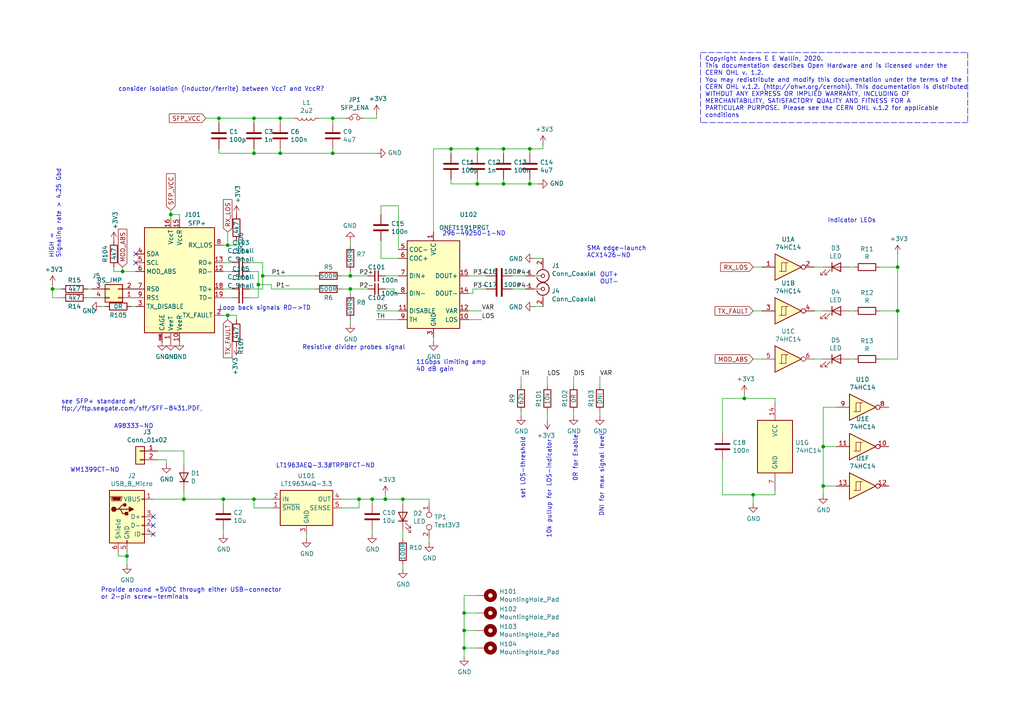
<source format=kicad_sch>
(kicad_sch (version 20250114) (generator "eeschema") (generator_version "9.0")
  (paper "A4")
  (title_block (title "SFP Loopback Board") (company "Anders.e.e.Wallin \"at\" gmail.com") (comment 1 "2019-04: add 100n caps before ONET-inputs"))
  (lib_symbols
    (symbol "74xx:74HC14" (pin_names (offset 1.016))
      (property "Reference" "U" (at 0 1.27 0))
      (property "Value" "74HC14" (at 0 -1.27 0))
      (symbol "74HC14_1_0"
        (pin input line (at -7.62 0 0) (length 3.81) (name "~") (number "1"))
        (pin output inverted (at 7.62 0 180) (length 3.81) (name "~") (number "2"))
      )
      (symbol "74HC14_2_0"
        (pin input line (at -7.62 0 0) (length 3.81) (name "~") (number "3"))
        (pin output inverted (at 7.62 0 180) (length 3.81) (name "~") (number "4"))
      )
      (symbol "74HC14_3_0"
        (pin input line (at -7.62 0 0) (length 3.81) (name "~") (number "5"))
        (pin output inverted (at 7.62 0 180) (length 3.81) (name "~") (number "6"))
      )
      (symbol "74HC14_4_0"
        (pin input line (at -7.62 0 0) (length 3.81) (name "~") (number "9"))
        (pin output inverted (at 7.62 0 180) (length 3.81) (name "~") (number "8"))
      )
      (symbol "74HC14_5_0"
        (pin input line (at -7.62 0 0) (length 3.81) (name "~") (number "11"))
        (pin output inverted (at 7.62 0 180) (length 3.81) (name "~") (number "10"))
      )
      (symbol "74HC14_6_0"
        (pin input line (at -7.62 0 0) (length 3.81) (name "~") (number "13"))
        (pin output inverted (at 7.62 0 180) (length 3.81) (name "~") (number "12"))
      )
      (symbol "74HC14_7_0"
        (pin power_in line (at 0 12.7 270) (length 5.08) (name "VCC") (number "14"))
        (pin power_in line (at 0 -12.7 90) (length 5.08) (name "GND") (number "7"))
      )
    )
    (symbol "Connector:Conn_Coaxial" (pin_names (offset 1.016) (hide yes))
      (property "Reference" "J" (at 0.254 3.048 0))
      (property "Value" "Conn_Coaxial" (at 2.921 0 90))
      (symbol "Conn_Coaxial_1_1"
        (pin passive line (at -5.08 0 0) (length 2.54) (name "In") (number "1"))
        (pin passive line (at 0 -5.08 90) (length 2.54) (name "Ext") (number "2"))
      )
    )
    (symbol "Connector:TestPoint_2Pole" (pin_names (offset 0.762) (hide yes))
      (property "Reference" "TP" (at 0 1.524 0))
      (property "Value" "TestPoint_2Pole" (at 0 -1.778 0))
      (symbol "TestPoint_2Pole_0_1"
        (pin passive line (at -5.08 0 0) (length 2.54) (name "1") (number "1"))
        (pin passive line (at 5.08 0 180) (length 2.54) (name "2") (number "2"))
      )
    )
    (symbol "Connector:USB_B_Micro" (pin_names (offset 1.016))
      (property "Reference" "J" (at -5.08 11.43 0))
      (property "Value" "USB_B_Micro" (at -5.08 8.89 0))
      (symbol "USB_B_Micro_1_1"
        (pin passive line (at -2.54 -10.16 90) (length 2.54) (name "Shield") (number "6"))
        (pin power_out line (at 0 -10.16 90) (length 2.54) (name "GND") (number "5"))
        (pin power_out line (at 7.62 5.08 180) (length 2.54) (name "VBUS") (number "1"))
        (pin bidirectional line (at 7.62 0 180) (length 2.54) (name "D+") (number "3"))
        (pin bidirectional line (at 7.62 -2.54 180) (length 2.54) (name "D-") (number "2"))
        (pin passive line (at 7.62 -5.08 180) (length 2.54) (name "ID") (number "4"))
      )
    )
    (symbol "Connector_Generic:Conn_01x02" (pin_names (offset 1.016) (hide yes))
      (property "Reference" "J" (at 0 2.54 0))
      (property "Value" "Conn_01x02" (at 0 -5.08 0))
      (symbol "Conn_01x02_1_1"
        (pin passive line (at -5.08 0 0) (length 3.81) (name "Pin_1") (number "1"))
        (pin passive line (at -5.08 -2.54 0) (length 3.81) (name "Pin_2") (number "2"))
      )
    )
    (symbol "Connector_Generic:Conn_02x02_Counter_Clockwise" (pin_names (offset 1.016) (hide yes))
      (property "Reference" "J" (at 1.27 2.54 0))
      (property "Value" "Conn_02x02_Counter_Clockwise" (at 1.27 -5.08 0))
      (symbol "Conn_02x02_Counter_Clockwise_1_1"
        (pin passive line (at -5.08 0 0) (length 3.81) (name "Pin_1") (number "1"))
        (pin passive line (at -5.08 -2.54 0) (length 3.81) (name "Pin_2") (number "2"))
        (pin passive line (at 7.62 0 180) (length 3.81) (name "Pin_4") (number "4"))
        (pin passive line (at 7.62 -2.54 180) (length 3.81) (name "Pin_3") (number "3"))
      )
    )
    (symbol "Device:C" (pin_numbers (hide yes)) (pin_names (offset 0.254))
      (property "Reference" "C" (at 0.635 2.54 0))
      (property "Value" "C" (at 0.635 -2.54 0))
      (symbol "C_1_1"
        (pin passive line (at 0 3.81 270) (length 2.794) (name "~") (number "1"))
        (pin passive line (at 0 -3.81 90) (length 2.794) (name "~") (number "2"))
      )
    )
    (symbol "Device:C_Small" (pin_numbers (hide yes)) (pin_names (offset 0.254) (hide yes))
      (property "Reference" "C" (at 0.254 1.778 0))
      (property "Value" "C_Small" (at 0.254 -2.032 0))
      (symbol "C_Small_1_1"
        (pin passive line (at 0 2.54 270) (length 2.032) (name "~") (number "1"))
        (pin passive line (at 0 -2.54 90) (length 2.032) (name "~") (number "2"))
      )
    )
    (symbol "Device:D" (pin_numbers (hide yes)) (pin_names (offset 1.016) (hide yes))
      (property "Reference" "D" (at 0 2.54 0))
      (property "Value" "D" (at 0 -2.54 0))
      (symbol "D_1_1"
        (pin passive line (at -3.81 0 0) (length 2.54) (name "K") (number "1"))
        (pin passive line (at 3.81 0 180) (length 2.54) (name "A") (number "2"))
      )
    )
    (symbol "Device:Jumper_NC_Small" (pin_numbers (hide yes)) (pin_names (offset 0.762) (hide yes))
      (property "Reference" "JP" (at 0 2.032 0))
      (property "Value" "Device_Jumper_NC_Small" (at 0.254 -1.524 0))
      (symbol "Jumper_NC_Small_0_1"
        (pin passive line (at -2.54 0 0) (length 1.016) (name "1") (number "1"))
        (pin passive line (at 2.54 0 180) (length 1.016) (name "2") (number "2"))
      )
    )
    (symbol "Device:L" (pin_numbers (hide yes)) (pin_names (offset 1.016) (hide yes))
      (property "Reference" "L" (at -1.27 0 90))
      (property "Value" "L" (at 1.905 0 90))
      (symbol "L_1_1"
        (pin passive line (at 0 3.81 270) (length 1.27) (name "1") (number "1"))
        (pin passive line (at 0 -3.81 90) (length 1.27) (name "2") (number "2"))
      )
    )
    (symbol "Device:LED" (pin_numbers (hide yes)) (pin_names (offset 1.016) (hide yes))
      (property "Reference" "D" (at 0 2.54 0))
      (property "Value" "LED" (at 0 -2.54 0))
      (symbol "LED_1_1"
        (pin passive line (at -3.81 0 0) (length 2.54) (name "K") (number "1"))
        (pin passive line (at 3.81 0 180) (length 2.54) (name "A") (number "2"))
      )
    )
    (symbol "Device:R" (pin_numbers (hide yes)) (pin_names (offset 0))
      (property "Reference" "R" (at 2.032 0 90))
      (property "Value" "R" (at 0 0 90))
      (symbol "R_1_1"
        (pin passive line (at 0 3.81 270) (length 1.27) (name "~") (number "1"))
        (pin passive line (at 0 -3.81 90) (length 1.27) (name "~") (number "2"))
      )
    )
    (symbol "Interface:ONET1191PRGT"
      (property "Reference" "U" (at -7.62 13.97 0))
      (property "Value" "ONET1191PRGT" (at 8.89 13.97 0))
      (symbol "ONET1191PRGT_1_1"
        (pin passive line (at -10.16 10.16 0) (length 2.54) (name "COC-") (number "5"))
        (pin passive line (at -10.16 7.62 0) (length 2.54) (name "COC+") (number "6"))
        (pin input line (at -10.16 2.54 0) (length 2.54) (name "DIN+") (number "7"))
        (pin input line (at -10.16 -2.54 0) (length 2.54) (name "DIN-") (number "8"))
        (pin input line (at -10.16 -7.62 0) (length 2.54) (name "DISABLE") (number "11"))
        (pin input line (at -10.16 -10.16 0) (length 2.54) (name "TH") (number "9"))
        (pin power_in line (at 0 15.24 270) (length 2.54) (name "VCC") (number "1"))
        (pin passive line (at 0 15.24 270) (length 2.54) (hide yes) (name "VCC") (number "2"))
        (pin passive line (at 0 -15.24 90) (length 2.54) (hide yes) (name "GND") (number "13"))
        (pin passive line (at 0 -15.24 90) (length 2.54) (hide yes) (name "GND") (number "16"))
        (pin passive line (at 0 -15.24 90) (length 2.54) (hide yes) (name "GND") (number "17"))
        (pin power_in line (at 0 -15.24 90) (length 2.54) (name "GND") (number "3"))
        (pin passive line (at 0 -15.24 90) (length 2.54) (hide yes) (name "GND") (number "4"))
        (pin output line (at 10.16 2.54 180) (length 2.54) (name "DOUT+") (number "15"))
        (pin output line (at 10.16 -2.54 180) (length 2.54) (name "DOUT-") (number "14"))
        (pin input line (at 10.16 -7.62 180) (length 2.54) (name "VAR") (number "12"))
        (pin open_collector line (at 10.16 -10.16 180) (length 2.54) (name "LOS") (number "10"))
      )
    )
    (symbol "Interface_Optical:SFP+"
      (property "Reference" "J" (at -8.89 16.51 0))
      (property "Value" "SFP+" (at 11.43 16.51 0))
      (symbol "SFP+_1_1"
        (pin bidirectional line (at -12.7 7.62 0) (length 2.54) (name "SDA") (number "4"))
        (pin input line (at -12.7 5.08 0) (length 2.54) (name "SCL") (number "5"))
        (pin passive line (at -12.7 2.54 0) (length 2.54) (name "MOD_ABS") (number "6"))
        (pin input line (at -12.7 -2.54 0) (length 2.54) (name "RS0") (number "7"))
        (pin input line (at -12.7 -5.08 0) (length 2.54) (name "RS1") (number "9"))
        (pin input line (at -12.7 -7.62 0) (length 2.54) (name "TX_DISABLE") (number "3"))
        (pin passive line (at -5.08 -17.78 90) (length 2.54) (name "CAGE") (number "CAGE"))
        (pin power_in line (at -2.54 17.78 270) (length 2.54) (name "VccT") (number "16"))
        (pin power_in line (at -2.54 -17.78 90) (length 2.54) (name "VeeT") (number "1"))
        (pin passive line (at -2.54 -17.78 90) (length 2.54) (hide yes) (name "VeeT") (number "17"))
        (pin passive line (at -2.54 -17.78 90) (length 2.54) (hide yes) (name "VeeT") (number "20"))
        (pin power_in line (at 0 17.78 270) (length 2.54) (name "VccR") (number "15"))
        (pin power_in line (at 0 -17.78 90) (length 2.54) (name "VeeR") (number "10"))
        (pin passive line (at 0 -17.78 90) (length 2.54) (hide yes) (name "VeeR") (number "11"))
        (pin passive line (at 0 -17.78 90) (length 2.54) (hide yes) (name "VeeR") (number "14"))
        (pin open_collector line (at 12.7 10.16 180) (length 2.54) (name "RX_LOS") (number "8"))
        (pin output line (at 12.7 5.08 180) (length 2.54) (name "RD+") (number "13"))
        (pin output line (at 12.7 2.54 180) (length 2.54) (name "RD-") (number "12"))
        (pin input line (at 12.7 -2.54 180) (length 2.54) (name "TD+") (number "18"))
        (pin input line (at 12.7 -5.08 180) (length 2.54) (name "TD-") (number "19"))
        (pin open_collector line (at 12.7 -10.16 180) (length 2.54) (name "TX_FAULT") (number "2"))
      )
    )
    (symbol "Mechanical:MountingHole_Pad" (pin_numbers (hide yes)) (pin_names (offset 1.016) (hide yes)) (in_bom no)
      (property "Reference" "H" (at 0 6.35 0))
      (property "Value" "MountingHole_Pad" (at 0 4.445 0))
      (symbol "MountingHole_Pad_1_1"
        (pin input line (at 0 -2.54 90) (length 2.54) (name "1") (number "1"))
      )
    )
    (symbol "Regulator_Linear:LT1963AxQ-3.3"
      (property "Reference" "U" (at -7.62 6.35 0))
      (property "Value" "LT1963AxQ-3.3" (at -1.27 6.35 0))
      (symbol "LT1963AxQ-3.3_1_1"
        (pin power_in line (at -10.16 2.54 0) (length 2.54) (name "IN") (number "2"))
        (pin input line (at -10.16 0 0) (length 2.54) (name "~{SHDN}") (number "1"))
        (pin power_in line (at 0 -7.62 90) (length 2.54) (name "GND") (number "3"))
        (pin power_out line (at 10.16 2.54 180) (length 2.54) (name "OUT") (number "4"))
        (pin input line (at 10.16 0 180) (length 2.54) (name "SENSE") (number "5"))
      )
    )
    (symbol "power:+3V3" (power) (pin_numbers (hide yes)) (pin_names (offset 0) (hide yes))
      (property "Value" "+3V3" (at 0 3.556 0))
      (symbol "+3V3_1_1"
        (pin power_in line (at 0 0 90) (length 0) (name "~") (number "1"))
      )
    )
    (symbol "power:GND" (power) (pin_numbers (hide yes)) (pin_names (offset 0) (hide yes))
      (property "Value" "GND" (at 0 -3.81 0))
      (symbol "GND_1_1"
        (pin power_in line (at 0 0 270) (length 0) (name "~") (number "1"))
      )
    )
  )
  (text "Copyright Anders E E Wallin, 2020.\nThis documentation describes Open Hardware and is licensed under the\nCERN OHL v. 1.2.\nYou may redistribute and modify this documentation under the terms of the\nCERN OHL v.1.2. (http://ohwr.org/cernohl). This documentation is distributed\nWITHOUT ANY EXPRESS OR IMPLIED WARRANTY, INCLUDING OF\nMERCHANTABILITY, SATISFACTORY QUALITY AND FITNESS FOR A\nPARTICULAR PURPOSE. Please see the CERN OHL v.1.2 for applicable\nconditions\n" (at 204.47 34.29 0) (effects (font (size 1.27 1.27)) (justify left bottom)))
  (text "A98333-ND" (at 33.02 124.46 0) (effects (font (size 1.27 1.27)) (justify left bottom)))
  (text "SMA edge-launch\nACX1426-ND" (at 170.18 74.93 0) (effects (font (size 1.27 1.27)) (justify left bottom)))
  (text "Resistive divider probes signal" (at 87.63 101.6 0) (effects (font (size 1.27 1.27)) (justify left bottom)))
  (text "HIGH =\nSignaling rate > 4.25 Gbd" (at 17.78 74.93 90) (effects (font (size 1.27 1.27)) (justify left bottom)))
  (text "10k pullup for LOS-indicator" (at 160.02 156.21 90) (effects (font (size 1.27 1.27)) (justify left bottom)))
  (text "OUT+\nOUT-" (at 173.99 82.55 0) (effects (font (size 1.27 1.27)) (justify left bottom)))
  (text "WM1399CT-ND" (at 20.32 137.16 0) (effects (font (size 1.27 1.27)) (justify left bottom)))
  (text "11Gbps limiting amp\n40 dB gain" (at 120.65 107.95 0) (effects (font (size 1.27 1.27)) (justify left bottom)))
  (text "Indicator LEDs" (at 240.03 64.77 0) (effects (font (size 1.27 1.27)) (justify left bottom)))
  (text "Loop back signals RD->TD" (at 63.5 90.17 0) (effects (font (size 1.27 1.27)) (justify left bottom)))
  (text "Provide around +5VDC through either USB-connector\nor 2-pin screw-terminals" (at 29.21 173.99 0) (effects (font (size 1.27 1.27)) (justify left bottom)))
  (text "0R for Enable" (at 167.64 139.7 90) (effects (font (size 1.27 1.27)) (justify left bottom)))
  (text "set LOS-threshold" (at 152.4 144.78 90) (effects (font (size 1.27 1.27)) (justify left bottom)))
  (text "LT1963AEQ-3.3#TRPBFCT-ND" (at 80.01 135.89 0) (effects (font (size 1.27 1.27)) (justify left bottom)))
  (text "DNI for max signal level" (at 175.26 149.86 90) (effects (font (size 1.27 1.27)) (justify left bottom)))
  (text "consider isolation (inductor/ferrite) between VccT and VccR?" (at 34.29 26.67 0) (effects (font (size 1.27 1.27)) (justify left bottom)))
  (text "see SFP+ standard at\nftp://ftp.seagate.com/sff/SFF-8431.PDF," (at 17.78 119.38 0) (effects (font (size 1.27 1.27)) (justify left bottom)))
  (text "296-49250-1-ND" (at 128.27 68.58 0) (effects (font (size 1.27 1.27)) (justify left bottom)))
  (junction (at 74.93 82.55))
  (junction (at 260.35 77.47))
  (junction (at 218.44 143.51))
  (junction (at 238.76 140.97))
  (junction (at 146.05 53.34))
  (junction (at 73.66 144.78))
  (junction (at 138.43 43.18))
  (junction (at 81.28 44.45))
  (junction (at 53.34 144.78))
  (junction (at 116.84 144.78))
  (junction (at 81.28 34.29))
  (junction (at 36.83 161.29))
  (junction (at 104.14 144.78))
  (junction (at 63.5 34.29))
  (junction (at 238.76 129.54))
  (junction (at 134.62 182.88))
  (junction (at 107.95 144.78))
  (junction (at 130.81 43.18))
  (junction (at 64.77 144.78))
  (junction (at 76.2 80.01))
  (junction (at 49.53 62.23))
  (junction (at 73.66 34.29))
  (junction (at 15.24 83.82))
  (junction (at 96.52 34.29))
  (junction (at 66.04 91.44))
  (junction (at 260.35 90.17))
  (junction (at 153.67 43.18))
  (junction (at 146.05 43.18))
  (junction (at 66.04 71.12))
  (junction (at 35.56 78.74))
  (junction (at 101.6 83.82))
  (junction (at 134.62 177.8))
  (junction (at 73.66 44.45))
  (junction (at 111.76 144.78))
  (junction (at 153.67 53.34))
  (junction (at 96.52 44.45))
  (junction (at 215.9 115.57))
  (junction (at 101.6 80.01))
  (junction (at 134.62 187.96))
  (junction (at 138.43 53.34))
  (no_connect (at 44.45 152.4))
  (no_connect (at 44.45 149.86))
  (no_connect (at 44.45 154.94))
  (no_connect (at 39.37 76.2))
  (no_connect (at 39.37 73.66))
  (wire (pts (xy 242.57 140.97) (xy 238.76 140.97)))
  (wire (pts (xy 67.31 83.82) (xy 64.77 83.82)))
  (wire (pts (xy 224.79 142.24) (xy 224.79 143.51)))
  (wire (pts (xy 238.76 77.47) (xy 236.22 77.47)))
  (wire (pts (xy 107.95 154.94) (xy 107.95 153.67)))
  (wire (pts (xy 67.31 76.2) (xy 64.77 76.2)))
  (wire (pts (xy 124.46 146.05) (xy 124.46 144.78)))
  (wire (pts (xy 138.43 53.34) (xy 130.81 53.34)))
  (wire (pts (xy 157.48 74.93) (xy 154.94 74.93)))
  (wire (pts (xy 53.34 144.78) (xy 64.77 144.78)))
  (wire (pts (xy 247.65 104.14) (xy 246.38 104.14)))
  (wire (pts (xy 110.49 62.23) (xy 110.49 59.69)))
  (wire (pts (xy 260.35 90.17) (xy 255.27 90.17)))
  (wire (pts (xy 96.52 44.45) (xy 81.28 44.45)))
  (wire (pts (xy 25.4 83.82) (xy 26.67 83.82)))
  (wire (pts (xy 146.05 53.34) (xy 146.05 52.07)))
  (wire (pts (xy 33.02 78.74) (xy 33.02 77.47)))
  (wire (pts (xy 138.43 43.18) (xy 146.05 43.18)))
  (wire (pts (xy 110.49 74.93) (xy 110.49 69.85)))
  (wire (pts (xy 78.74 82.55) (xy 74.93 82.55)))
  (wire (pts (xy 63.5 44.45) (xy 63.5 43.18)))
  (wire (pts (xy 116.84 144.78) (xy 116.84 146.05)))
  (wire (pts (xy 64.77 144.78) (xy 73.66 144.78)))
  (wire (pts (xy 109.22 33.02) (xy 109.22 34.29)))
  (polyline (pts (xy 203.2 15.24) (xy 280.67 15.24)) (stroke (width 0) (type dash)))
  (wire (pts (xy 15.24 86.36) (xy 17.78 86.36)))
  (wire (pts (xy 73.66 144.78) (xy 78.74 144.78)))
  (wire (pts (xy 63.5 35.56) (xy 63.5 34.29)))
  (wire (pts (xy 130.81 43.18) (xy 130.81 44.45)))
  (wire (pts (xy 107.95 144.78) (xy 107.95 146.05)))
  (wire (pts (xy 96.52 35.56) (xy 96.52 34.29)))
  (wire (pts (xy 138.43 43.18) (xy 138.43 44.45)))
  (wire (pts (xy 74.93 82.55) (xy 74.93 78.74)))
  (wire (pts (xy 73.66 35.56) (xy 73.66 34.29)))
  (wire (pts (xy 68.58 91.44) (xy 68.58 92.71)))
  (wire (pts (xy 104.14 147.32) (xy 104.14 144.78)))
  (wire (pts (xy 45.72 130.81) (xy 53.34 130.81)))
  (wire (pts (xy 146.05 43.18) (xy 146.05 44.45)))
  (wire (pts (xy 49.53 60.96) (xy 49.53 62.23)))
  (wire (pts (xy 72.39 86.36) (xy 74.93 86.36)))
  (wire (pts (xy 52.07 62.23) (xy 49.53 62.23)))
  (wire (pts (xy 134.62 187.96) (xy 134.62 190.5)))
  (wire (pts (xy 220.98 77.47) (xy 218.44 77.47)))
  (wire (pts (xy 66.04 91.44) (xy 68.58 91.44)))
  (wire (pts (xy 36.83 161.29) (xy 36.83 163.83)))
  (wire (pts (xy 115.57 90.17) (xy 109.22 90.17)))
  (wire (pts (xy 260.35 73.66) (xy 260.35 77.47)))
  (wire (pts (xy 114.3 85.09) (xy 114.3 83.82)))
  (wire (pts (xy 88.9 156.21) (xy 88.9 154.94)))
  (wire (pts (xy 101.6 78.74) (xy 101.6 80.01)))
  (wire (pts (xy 53.34 142.24) (xy 53.34 144.78)))
  (wire (pts (xy 101.6 85.09) (xy 101.6 83.82)))
  (wire (pts (xy 64.77 154.94) (xy 64.77 153.67)))
  (wire (pts (xy 111.76 144.78) (xy 107.95 144.78)))
  (wire (pts (xy 99.06 144.78) (xy 104.14 144.78)))
  (wire (pts (xy 260.35 104.14) (xy 255.27 104.14)))
  (wire (pts (xy 73.66 34.29) (xy 63.5 34.29)))
  (wire (pts (xy 247.65 90.17) (xy 246.38 90.17)))
  (wire (pts (xy 81.28 35.56) (xy 81.28 34.29)))
  (wire (pts (xy 151.13 120.65) (xy 151.13 119.38)))
  (wire (pts (xy 153.67 43.18) (xy 153.67 44.45)))
  (wire (pts (xy 173.99 120.65) (xy 173.99 119.38)))
  (wire (pts (xy 66.04 67.31) (xy 66.04 71.12)))
  (wire (pts (xy 260.35 90.17) (xy 260.35 104.14)))
  (wire (pts (xy 116.84 156.21) (xy 116.84 153.67)))
  (wire (pts (xy 134.62 177.8) (xy 134.62 182.88)))
  (wire (pts (xy 111.76 143.51) (xy 111.76 144.78)))
  (wire (pts (xy 166.37 111.76) (xy 166.37 109.22)))
  (wire (pts (xy 115.57 59.69) (xy 110.49 59.69)))
  (wire (pts (xy 135.89 90.17) (xy 139.7 90.17)))
  (wire (pts (xy 15.24 82.55) (xy 15.24 83.82)))
  (polyline (pts (xy 280.67 15.24) (xy 280.67 35.56)) (stroke (width 0) (type dash)))
  (wire (pts (xy 138.43 182.88) (xy 134.62 182.88)))
  (wire (pts (xy 78.74 83.82) (xy 78.74 82.55)))
  (wire (pts (xy 68.58 69.85) (xy 68.58 71.12)))
  (wire (pts (xy 101.6 71.12) (xy 101.6 69.85)))
  (wire (pts (xy 64.77 146.05) (xy 64.77 144.78)))
  (wire (pts (xy 111.76 80.01) (xy 115.57 80.01)))
  (wire (pts (xy 238.76 129.54) (xy 238.76 140.97)))
  (wire (pts (xy 138.43 53.34) (xy 138.43 52.07)))
  (wire (pts (xy 53.34 134.62) (xy 53.34 130.81)))
  (wire (pts (xy 74.93 86.36) (xy 74.93 82.55)))
  (wire (pts (xy 138.43 172.72) (xy 134.62 172.72)))
  (wire (pts (xy 85.09 34.29) (xy 81.28 34.29)))
  (wire (pts (xy 115.57 74.93) (xy 110.49 74.93)))
  (wire (pts (xy 153.67 53.34) (xy 146.05 53.34)))
  (wire (pts (xy 101.6 83.82) (xy 99.06 83.82)))
  (wire (pts (xy 49.53 62.23) (xy 49.53 63.5)))
  (polyline (pts (xy 280.67 35.56) (xy 203.2 35.56)) (stroke (width 0) (type dash)))
  (wire (pts (xy 130.81 43.18) (xy 138.43 43.18)))
  (wire (pts (xy 109.22 44.45) (xy 96.52 44.45)))
  (wire (pts (xy 73.66 43.18) (xy 73.66 44.45)))
  (wire (pts (xy 146.05 53.34) (xy 138.43 53.34)))
  (wire (pts (xy 238.76 140.97) (xy 238.76 143.51)))
  (wire (pts (xy 34.29 160.02) (xy 34.29 161.29)))
  (wire (pts (xy 48.26 133.35) (xy 48.26 134.62)))
  (wire (pts (xy 106.68 83.82) (xy 101.6 83.82)))
  (wire (pts (xy 224.79 143.51) (xy 218.44 143.51)))
  (wire (pts (xy 36.83 160.02) (xy 36.83 161.29)))
  (wire (pts (xy 135.89 80.01) (xy 140.97 80.01)))
  (wire (pts (xy 72.39 83.82) (xy 76.2 83.82)))
  (wire (pts (xy 115.57 72.39) (xy 115.57 59.69)))
  (wire (pts (xy 115.57 85.09) (xy 114.3 85.09)))
  (wire (pts (xy 35.56 78.74) (xy 35.56 77.47)))
  (wire (pts (xy 73.66 44.45) (xy 63.5 44.45)))
  (wire (pts (xy 157.48 43.18) (xy 153.67 43.18)))
  (wire (pts (xy 15.24 83.82) (xy 17.78 83.82)))
  (wire (pts (xy 218.44 143.51) (xy 218.44 146.05)))
  (wire (pts (xy 63.5 34.29) (xy 59.69 34.29)))
  (wire (pts (xy 215.9 115.57) (xy 209.55 115.57)))
  (wire (pts (xy 78.74 147.32) (xy 73.66 147.32)))
  (wire (pts (xy 152.4 80.01) (xy 148.59 80.01)))
  (wire (pts (xy 34.29 161.29) (xy 36.83 161.29)))
  (wire (pts (xy 130.81 53.34) (xy 130.81 52.07)))
  (wire (pts (xy 101.6 93.98) (xy 101.6 92.71)))
  (wire (pts (xy 99.06 147.32) (xy 104.14 147.32)))
  (wire (pts (xy 35.56 78.74) (xy 33.02 78.74)))
  (wire (pts (xy 209.55 143.51) (xy 209.55 133.35)))
  (wire (pts (xy 157.48 88.9) (xy 154.94 88.9)))
  (wire (pts (xy 81.28 44.45) (xy 73.66 44.45)))
  (wire (pts (xy 81.28 43.18) (xy 81.28 44.45)))
  (wire (pts (xy 91.44 80.01) (xy 76.2 80.01)))
  (wire (pts (xy 39.37 88.9) (xy 38.1 88.9)))
  (wire (pts (xy 101.6 80.01) (xy 99.06 80.01)))
  (wire (pts (xy 138.43 177.8) (xy 134.62 177.8)))
  (wire (pts (xy 96.52 34.29) (xy 92.71 34.29)))
  (wire (pts (xy 68.58 71.12) (xy 66.04 71.12)))
  (wire (pts (xy 104.14 144.78) (xy 107.95 144.78)))
  (wire (pts (xy 81.28 34.29) (xy 73.66 34.29)))
  (wire (pts (xy 242.57 129.54) (xy 238.76 129.54)))
  (wire (pts (xy 64.77 91.44) (xy 66.04 91.44)))
  (wire (pts (xy 114.3 83.82) (xy 111.76 83.82)))
  (wire (pts (xy 111.76 144.78) (xy 116.84 144.78)))
  (wire (pts (xy 146.05 43.18) (xy 153.67 43.18)))
  (wire (pts (xy 224.79 115.57) (xy 215.9 115.57)))
  (wire (pts (xy 116.84 165.1) (xy 116.84 163.83)))
  (wire (pts (xy 15.24 86.36) (xy 15.24 83.82)))
  (wire (pts (xy 260.35 77.47) (xy 255.27 77.47)))
  (wire (pts (xy 125.73 43.18) (xy 125.73 67.31)))
  (wire (pts (xy 238.76 90.17) (xy 236.22 90.17)))
  (wire (pts (xy 157.48 41.91) (xy 157.48 43.18)))
  (wire (pts (xy 242.57 118.11) (xy 238.76 118.11)))
  (wire (pts (xy 39.37 78.74) (xy 35.56 78.74)))
  (wire (pts (xy 66.04 92.71) (xy 66.04 91.44)))
  (wire (pts (xy 76.2 83.82) (xy 76.2 80.01)))
  (wire (pts (xy 173.99 111.76) (xy 173.99 109.22)))
  (wire (pts (xy 67.31 86.36) (xy 64.77 86.36)))
  (wire (pts (xy 100.33 34.29) (xy 96.52 34.29)))
  (wire (pts (xy 138.43 187.96) (xy 134.62 187.96)))
  (wire (pts (xy 52.07 63.5) (xy 52.07 62.23)))
  (wire (pts (xy 125.73 99.06) (xy 125.73 97.79)))
  (wire (pts (xy 73.66 147.32) (xy 73.66 144.78)))
  (wire (pts (xy 151.13 109.22) (xy 151.13 111.76)))
  (wire (pts (xy 30.48 88.9) (xy 29.21 88.9)))
  (wire (pts (xy 76.2 76.2) (xy 72.39 76.2)))
  (wire (pts (xy 220.98 90.17) (xy 218.44 90.17)))
  (wire (pts (xy 140.97 83.82) (xy 137.16 83.82)))
  (wire (pts (xy 106.68 80.01) (xy 101.6 80.01)))
  (wire (pts (xy 152.4 83.82) (xy 148.59 83.82)))
  (wire (pts (xy 44.45 144.78) (xy 53.34 144.78)))
  (wire (pts (xy 209.55 115.57) (xy 209.55 125.73)))
  (wire (pts (xy 158.75 119.38) (xy 158.75 121.92)))
  (wire (pts (xy 66.04 71.12) (xy 64.77 71.12)))
  (wire (pts (xy 220.98 104.14) (xy 218.44 104.14)))
  (wire (pts (xy 247.65 77.47) (xy 246.38 77.47)))
  (wire (pts (xy 124.46 157.48) (xy 124.46 156.21)))
  (wire (pts (xy 134.62 172.72) (xy 134.62 177.8)))
  (wire (pts (xy 135.89 92.71) (xy 139.7 92.71)))
  (polyline (pts (xy 203.2 35.56) (xy 203.2 15.24)) (stroke (width 0) (type dash)))
  (wire (pts (xy 45.72 133.35) (xy 48.26 133.35)))
  (wire (pts (xy 166.37 120.65) (xy 166.37 119.38)))
  (wire (pts (xy 135.89 85.09) (xy 137.16 85.09)))
  (wire (pts (xy 109.22 34.29) (xy 105.41 34.29)))
  (wire (pts (xy 218.44 143.51) (xy 209.55 143.51)))
  (wire (pts (xy 134.62 182.88) (xy 134.62 187.96)))
  (wire (pts (xy 25.4 86.36) (xy 26.67 86.36)))
  (wire (pts (xy 74.93 78.74) (xy 72.39 78.74)))
  (wire (pts (xy 215.9 115.57) (xy 215.9 114.3)))
  (wire (pts (xy 238.76 118.11) (xy 238.76 129.54)))
  (wire (pts (xy 224.79 116.84) (xy 224.79 115.57)))
  (wire (pts (xy 153.67 53.34) (xy 153.67 52.07)))
  (wire (pts (xy 115.57 92.71) (xy 109.22 92.71)))
  (wire (pts (xy 78.74 83.82) (xy 91.44 83.82)))
  (wire (pts (xy 76.2 80.01) (xy 76.2 76.2)))
  (wire (pts (xy 158.75 111.76) (xy 158.75 109.22)))
  (wire (pts (xy 260.35 77.47) (xy 260.35 90.17)))
  (wire (pts (xy 96.52 43.18) (xy 96.52 44.45)))
  (wire (pts (xy 137.16 85.09) (xy 137.16 83.82)))
  (wire (pts (xy 156.21 53.34) (xy 153.67 53.34)))
  (wire (pts (xy 124.46 144.78) (xy 116.84 144.78)))
  (wire (pts (xy 67.31 78.74) (xy 64.77 78.74)))
  (wire (pts (xy 125.73 43.18) (xy 130.81 43.18)))
  (wire (pts (xy 238.76 104.14) (xy 236.22 104.14)))
  (label "P2+" (at 104.14 80.01 0))
  (label "DIS" (at 109.22 90.17 0))
  (label "DIS" (at 166.37 109.22 0))
  (label "P4+" (at 149.86 80.01 0))
  (label "P2-" (at 104.14 83.82 0))
  (label "P1+" (at 78.74 80.01 0))
  (label "LOS" (at 139.7 92.71 0))
  (label "P1-" (at 80.01 83.82 0))
  (label "P3+" (at 137.16 80.01 0))
  (label "VAR" (at 139.7 90.17 0))
  (label "P3-" (at 137.16 83.82 0))
  (label "TH" (at 109.22 92.71 0))
  (label "LOS" (at 158.75 109.22 0))
  (label "VAR" (at 173.99 109.22 0))
  (label "TH" (at 151.13 109.22 0))
  (label "P4-" (at 149.86 83.82 0))
  (global_label "RX_LOS" (shape input) (at 66.04 67.31 90) (property "Intersheetrefs" "${INTERSHEET_REFS}" (effects (hide yes))))
  (global_label "RX_LOS" (shape input) (at 218.44 77.47 180) (property "Intersheetrefs" "${INTERSHEET_REFS}" (effects (hide yes))))
  (global_label "MOD_ABS" (shape input) (at 35.56 77.47 90) (property "Intersheetrefs" "${INTERSHEET_REFS}" (effects (hide yes))))
  (global_label "SFP_VCC" (shape input) (at 59.69 34.29 180) (property "Intersheetrefs" "${INTERSHEET_REFS}" (effects (hide yes))))
  (global_label "MOD_ABS" (shape input) (at 218.44 104.14 180) (property "Intersheetrefs" "${INTERSHEET_REFS}" (effects (hide yes))))
  (global_label "SFP_VCC" (shape input) (at 49.53 60.96 90) (property "Intersheetrefs" "${INTERSHEET_REFS}" (effects (hide yes))))
  (global_label "TX_FAULT" (shape input) (at 218.44 90.17 180) (property "Intersheetrefs" "${INTERSHEET_REFS}" (effects (hide yes))))
  (global_label "TX_FAULT" (shape input) (at 66.04 92.71 270) (property "Intersheetrefs" "${INTERSHEET_REFS}" (effects (hide yes))))
  (symbol (lib_id "Connector:Conn_Coaxial") (at 157.48 80.01 0) (mirror x) (unit 1)
    (property "Reference" "J1" (at 159.9946 77.0636 0) (effects (justify left)))
    (property "Value" "Conn_Coaxial" (at 159.9946 79.375 0) (effects (justify left)))
    (property "Footprint" "Connector_Coaxial:SMA_Amphenol_132289_EdgeMount" (effects (hide yes)))
  )
  (symbol (lib_id "Device:R") (at 95.25 83.82 270) (unit 1)
    (property "Reference" "R6" (at 95.25 86.36 90))
    (property "Value" "500R" (at 95.25 83.82 90))
    (property "Footprint" "Resistors_SMD:R_0402" (effects (hide yes)))
  )
  (symbol (lib_id "Device:R") (at 101.6 88.9 180) (unit 1)
    (property "Reference" "R8" (at 103.378 87.7316 0) (effects (justify right)))
    (property "Value" "49R9" (at 101.6 91.44 90) (effects (justify right)))
    (property "Footprint" "Resistors_SMD:R_0402" (effects (hide yes)))
  )
  (symbol (lib_id "Device:R") (at 95.25 80.01 90) (unit 1)
    (property "Reference" "R5" (at 95.25 77.47 90))
    (property "Value" "500R" (at 95.25 80.01 90))
    (property "Footprint" "Resistors_SMD:R_0402" (effects (hide yes)))
  )
  (symbol (lib_id "Device:R") (at 101.6 74.93 0) (unit 1)
    (property "Reference" "R7" (at 103.378 73.7616 0) (effects (justify left)))
    (property "Value" "49R9" (at 101.6 77.47 90) (effects (justify left)))
    (property "Footprint" "Resistors_SMD:R_0402" (effects (hide yes)))
  )
  (symbol (lib_id "Device:C") (at 144.78 83.82 270) (unit 1)
    (property "Reference" "C17" (at 142.24 82.55 90))
    (property "Value" "100n" (at 148.59 82.55 90))
    (property "Footprint" "Capacitors_SMD:C_0805" (effects (hide yes)))
  )
  (symbol (lib_id "Device:C") (at 144.78 80.01 270) (unit 1)
    (property "Reference" "C16" (at 142.24 78.74 90))
    (property "Value" "100n" (at 148.59 78.74 90))
    (property "Footprint" "Capacitors_SMD:C_0805" (effects (hide yes)))
  )
  (symbol (lib_id "Connector:Conn_Coaxial") (at 157.48 83.82 0) (unit 1)
    (property "Reference" "J4" (at 159.9946 84.4296 0) (effects (justify left)))
    (property "Value" "Conn_Coaxial" (at 159.9946 86.741 0) (effects (justify left)))
    (property "Footprint" "Connector_Coaxial:SMA_Amphenol_132289_EdgeMount" (effects (hide yes)))
  )
  (symbol (lib_id "Device:C") (at 110.49 66.04 180) (unit 1)
    (property "Reference" "C15" (at 113.411 64.8716 0) (effects (justify right)))
    (property "Value" "100n" (at 113.411 67.183 0) (effects (justify right)))
    (property "Footprint" "Capacitors_SMD:C_0402" (effects (hide yes)))
  )
  (symbol (lib_id "Device:C") (at 130.81 48.26 180) (unit 1)
    (property "Reference" "C11" (at 133.731 47.0916 0) (effects (justify right)))
    (property "Value" "100p" (at 133.731 49.403 0) (effects (justify right)))
    (property "Footprint" "Capacitors_SMD:C_0805" (effects (hide yes)))
  )
  (symbol (lib_id "Device:C") (at 138.43 48.26 180) (unit 1)
    (property "Reference" "C12" (at 141.351 47.0916 0) (effects (justify right)))
    (property "Value" "1n" (at 141.351 49.403 0) (effects (justify right)))
    (property "Footprint" "Capacitors_SMD:C_0805" (effects (hide yes)))
  )
  (symbol (lib_id "Device:C") (at 146.05 48.26 180) (unit 1)
    (property "Reference" "C13" (at 148.971 47.0916 0) (effects (justify right)))
    (property "Value" "100n" (at 148.971 49.403 0) (effects (justify right)))
    (property "Footprint" "Capacitors_SMD:C_0805" (effects (hide yes)))
  )
  (symbol (lib_id "Device:C") (at 153.67 48.26 180) (unit 1)
    (property "Reference" "C14" (at 156.591 47.0916 0) (effects (justify right)))
    (property "Value" "4u7" (at 156.591 49.403 0) (effects (justify right)))
    (property "Footprint" "Capacitors_SMD:C_0805" (effects (hide yes)))
  )
  (symbol (lib_id "power:GND") (at 156.21 53.34 90) (unit 1)
    (property "Reference" "#PWR0102" (effects (hide yes)))
    (property "Value" "GND" (at 159.4612 53.213 90) (effects (justify right)))
  )
  (symbol (lib_id "power:+3V3") (at 157.48 41.91 0) (unit 1)
    (property "Reference" "#PWR0103" (effects (hide yes)))
    (property "Value" "+3V3" (at 157.861 37.5158 0))
  )
  (symbol (lib_id "power:GND") (at 125.73 99.06 0) (unit 1)
    (property "Reference" "#PWR0104" (effects (hide yes)))
    (property "Value" "GND" (at 125.857 103.4542 0))
  )
  (symbol (lib_id "Device:R") (at 151.13 115.57 180) (unit 1)
    (property "Reference" "R9" (at 148.59 115.57 90))
    (property "Value" "62k" (at 151.13 115.57 90))
    (property "Footprint" "Resistor_SMD:R_0805_2012Metric" (effects (hide yes)))
  )
  (symbol (lib_id "power:GND") (at 154.94 88.9 270) (unit 1)
    (property "Reference" "#PWR0112" (effects (hide yes)))
    (property "Value" "GND" (at 151.6888 89.027 90) (effects (justify right)))
  )
  (symbol (lib_id "power:GND") (at 154.94 74.93 270) (unit 1)
    (property "Reference" "#PWR0113" (effects (hide yes)))
    (property "Value" "GND" (at 151.6888 75.057 90) (effects (justify right)))
  )
  (symbol (lib_id "Mechanical:MountingHole_Pad") (at 140.97 187.96 270) (unit 1)
    (property "Reference" "H104" (at 144.78 186.7916 90) (effects (justify left)))
    (property "Value" "MountingHole_Pad" (at 144.78 189.103 90) (effects (justify left)))
    (property "Footprint" "MountingHole:MountingHole_3.2mm_M3_DIN965_Pad" (effects (hide yes)))
  )
  (symbol (lib_id "Mechanical:MountingHole_Pad") (at 140.97 182.88 270) (unit 1)
    (property "Reference" "H103" (at 144.78 181.7116 90) (effects (justify left)))
    (property "Value" "MountingHole_Pad" (at 144.78 184.023 90) (effects (justify left)))
    (property "Footprint" "MountingHole:MountingHole_3.2mm_M3_DIN965_Pad" (effects (hide yes)))
  )
  (symbol (lib_id "Mechanical:MountingHole_Pad") (at 140.97 177.8 270) (unit 1)
    (property "Reference" "H102" (at 144.78 176.6316 90) (effects (justify left)))
    (property "Value" "MountingHole_Pad" (at 144.78 178.943 90) (effects (justify left)))
    (property "Footprint" "MountingHole:MountingHole_3.2mm_M3_DIN965_Pad" (effects (hide yes)))
  )
  (symbol (lib_id "Mechanical:MountingHole_Pad") (at 140.97 172.72 270) (unit 1)
    (property "Reference" "H101" (at 144.78 171.5516 90) (effects (justify left)))
    (property "Value" "MountingHole_Pad" (at 144.78 173.863 90) (effects (justify left)))
    (property "Footprint" "MountingHole:MountingHole_3.2mm_M3_DIN965_Pad" (effects (hide yes)))
  )
  (symbol (lib_id "power:GND") (at 134.62 190.5 0) (unit 1)
    (property "Reference" "#PWR0131" (effects (hide yes)))
    (property "Value" "GND" (at 134.747 194.8942 0))
  )
  (symbol (lib_id "power:GND") (at 101.6 69.85 180) (unit 1)
    (property "Reference" "#PWR0114" (effects (hide yes)))
    (property "Value" "GND" (at 101.473 65.4558 0))
  )
  (symbol (lib_id "power:GND") (at 101.6 93.98 0) (unit 1)
    (property "Reference" "#PWR0115" (effects (hide yes)))
    (property "Value" "GND" (at 101.727 98.3742 0))
  )
  (symbol (lib_id "power:GND") (at 151.13 120.65 0) (unit 1)
    (property "Reference" "#PWR0106" (effects (hide yes)))
    (property "Value" "GND" (at 151.257 125.0442 0))
  )
  (symbol (lib_id "Connector:USB_B_Micro") (at 36.83 149.86 0) (unit 1)
    (property "Reference" "J2" (at 38.227 137.9982 0))
    (property "Value" "USB_B_Micro" (at 38.227 140.3096 0))
    (property "Footprint" "Connectors_USB:USB_Micro-B_Molex-105017-0001" (effects (hide yes)))
  )
  (symbol (lib_id "Connector_Generic:Conn_01x02") (at 40.64 130.81 0) (mirror y) (unit 1)
    (property "Reference" "J3" (at 42.672 125.2982 0))
    (property "Value" "Conn_01x02" (at 42.672 127.6096 0))
    (property "Footprint" "Pin_Headers:Pin_Header_Straight_1x02_Pitch2.54mm" (effects (hide yes)))
  )
  (symbol (lib_id "power:GND") (at 36.83 163.83 0) (unit 1)
    (property "Reference" "#PWR0120" (effects (hide yes)))
    (property "Value" "GND" (at 36.957 168.2242 0))
  )
  (symbol (lib_id "74xx:74HC14") (at 228.6 77.47 0) (unit 1)
    (property "Reference" "U1" (at 228.6 69.4182 0))
    (property "Value" "74HC14" (at 228.6 71.7296 0))
    (property "Footprint" "Housings_SSOP:TSSOP-14_4.4x5mm_Pitch0.65mm" (effects (hide yes)))
    (property "Datasheet" "http://www.ti.com/lit/gpn/sn74HC14" (effects (hide yes)))
  )
  (symbol (lib_id "74xx:74HC14") (at 228.6 90.17 0) (unit 2)
    (property "Reference" "U1" (at 228.6 82.1182 0))
    (property "Value" "74HC14" (at 228.6 84.4296 0))
    (property "Footprint" "Housings_SSOP:TSSOP-14_4.4x5mm_Pitch0.65mm" (effects (hide yes)))
    (property "Datasheet" "http://www.ti.com/lit/gpn/sn74HC14" (effects (hide yes)))
  )
  (symbol (lib_id "74xx:74HC14") (at 228.6 104.14 0) (unit 3)
    (property "Reference" "U1" (at 228.6 96.0882 0))
    (property "Value" "74HC14" (at 228.6 98.3996 0))
    (property "Footprint" "Housings_SSOP:TSSOP-14_4.4x5mm_Pitch0.65mm" (effects (hide yes)))
    (property "Datasheet" "http://www.ti.com/lit/gpn/sn74HC14" (effects (hide yes)))
  )
  (symbol (lib_id "Device:LED") (at 242.57 77.47 0) (unit 1)
    (property "Reference" "D3" (at 242.3414 71.9836 0))
    (property "Value" "LED" (at 242.3414 74.295 0))
    (property "Footprint" "LEDs:LED_0805" (effects (hide yes)))
  )
  (symbol (lib_id "Device:LED") (at 242.57 90.17 0) (unit 1)
    (property "Reference" "D4" (at 242.3414 84.6836 0))
    (property "Value" "LED" (at 242.3414 86.995 0))
    (property "Footprint" "LEDs:LED_0805" (effects (hide yes)))
  )
  (symbol (lib_id "Device:LED") (at 242.57 104.14 0) (unit 1)
    (property "Reference" "D5" (at 242.3414 98.6536 0))
    (property "Value" "LED" (at 242.3414 100.965 0))
    (property "Footprint" "LEDs:LED_0805" (effects (hide yes)))
  )
  (symbol (lib_id "Device:R") (at 251.46 77.47 270) (unit 1)
    (property "Reference" "R11" (at 251.46 72.2122 90))
    (property "Value" "R" (at 251.46 74.5236 90))
    (property "Footprint" "Resistors_SMD:R_0805" (effects (hide yes)))
  )
  (symbol (lib_id "Device:R") (at 251.46 90.17 270) (unit 1)
    (property "Reference" "R12" (at 251.46 84.9122 90))
    (property "Value" "R" (at 251.46 87.2236 90))
    (property "Footprint" "Resistors_SMD:R_0805" (effects (hide yes)))
  )
  (symbol (lib_id "Device:R") (at 251.46 104.14 270) (unit 1)
    (property "Reference" "R13" (at 251.46 98.8822 90))
    (property "Value" "R" (at 251.46 101.1936 90))
    (property "Footprint" "Resistors_SMD:R_0805" (effects (hide yes)))
  )
  (symbol (lib_id "power:+3V3") (at 260.35 73.66 0) (unit 1)
    (property "Reference" "#PWR0110" (effects (hide yes)))
    (property "Value" "+3V3" (at 260.731 69.2658 0))
  )
  (symbol (lib_id "Device:R") (at 158.75 115.57 180) (unit 1)
    (property "Reference" "R101" (at 156.21 115.57 90))
    (property "Value" "10k" (at 158.75 115.57 90))
    (property "Footprint" "Resistor_SMD:R_0805_2012Metric" (effects (hide yes)))
  )
  (symbol (lib_id "power:+3V3") (at 158.75 121.92 180) (unit 1)
    (property "Reference" "#PWR0107" (effects (hide yes)))
    (property "Value" "+3V3" (at 158.369 126.3142 0))
  )
  (symbol (lib_id "Device:R") (at 166.37 115.57 180) (unit 1)
    (property "Reference" "R102" (at 163.83 115.57 90))
    (property "Value" "0R" (at 166.37 115.57 90))
    (property "Footprint" "Resistor_SMD:R_0805_2012Metric" (effects (hide yes)))
  )
  (symbol (lib_id "power:GND") (at 166.37 120.65 0) (unit 1)
    (property "Reference" "#PWR0108" (effects (hide yes)))
    (property "Value" "GND" (at 166.497 125.0442 0))
  )
  (symbol (lib_id "power:GND") (at 48.26 134.62 0) (unit 1)
    (property "Reference" "#PWR0121" (effects (hide yes)))
    (property "Value" "GND" (at 48.387 139.0142 0))
  )
  (symbol (lib_id "74xx:74HC14") (at 250.19 118.11 0) (unit 4)
    (property "Reference" "U1" (at 250.19 110.0582 0))
    (property "Value" "74HC14" (at 250.19 112.3696 0))
    (property "Footprint" "Housings_SSOP:TSSOP-14_4.4x5mm_Pitch0.65mm" (effects (hide yes)))
    (property "Datasheet" "http://www.ti.com/lit/gpn/sn74HC14" (effects (hide yes)))
  )
  (symbol (lib_id "74xx:74HC14") (at 250.19 129.54 0) (unit 5)
    (property "Reference" "U1" (at 250.19 121.4882 0))
    (property "Value" "74HC14" (at 250.19 123.7996 0))
    (property "Footprint" "Housings_SSOP:TSSOP-14_4.4x5mm_Pitch0.65mm" (effects (hide yes)))
    (property "Datasheet" "http://www.ti.com/lit/gpn/sn74HC14" (effects (hide yes)))
  )
  (symbol (lib_id "74xx:74HC14") (at 250.19 140.97 0) (unit 6)
    (property "Reference" "U1" (at 250.19 132.9182 0))
    (property "Value" "74HC14" (at 250.19 135.2296 0))
    (property "Footprint" "Housings_SSOP:TSSOP-14_4.4x5mm_Pitch0.65mm" (effects (hide yes)))
    (property "Datasheet" "http://www.ti.com/lit/gpn/sn74HC14" (effects (hide yes)))
  )
  (symbol (lib_id "power:GND") (at 238.76 143.51 0) (unit 1)
    (property "Reference" "#PWR0133" (effects (hide yes)))
    (property "Value" "GND" (at 238.887 147.9042 0))
  )
  (symbol (lib_id "Device:R") (at 173.99 115.57 180) (unit 1)
    (property "Reference" "R103" (at 171.45 115.57 90))
    (property "Value" "DNI" (at 173.99 115.57 90))
    (property "Footprint" "Resistor_SMD:R_0805_2012Metric" (effects (hide yes)))
  )
  (symbol (lib_id "Device:C") (at 81.28 39.37 180) (unit 1)
    (property "Reference" "C6" (at 84.201 38.2016 0) (effects (justify right)))
    (property "Value" "100n" (at 84.201 40.513 0) (effects (justify right)))
    (property "Footprint" "Capacitors_SMD:C_0805" (effects (hide yes)))
  )
  (symbol (lib_id "Device:C") (at 63.5 39.37 180) (unit 1)
    (property "Reference" "C1" (at 66.421 38.2016 0) (effects (justify right)))
    (property "Value" "100p" (at 66.421 40.513 0) (effects (justify right)))
    (property "Footprint" "Capacitors_SMD:C_0603" (effects (hide yes)))
  )
  (symbol (lib_id "Device:C") (at 73.66 39.37 180) (unit 1)
    (property "Reference" "C3" (at 76.581 38.2016 0) (effects (justify right)))
    (property "Value" "1n" (at 76.581 40.513 0) (effects (justify right)))
    (property "Footprint" "Capacitors_SMD:C_0805" (effects (hide yes)))
  )
  (symbol (lib_id "Device:C") (at 96.52 39.37 180) (unit 1)
    (property "Reference" "C9" (at 99.441 38.2016 0) (effects (justify right)))
    (property "Value" "4u7" (at 99.441 40.513 0) (effects (justify right)))
    (property "Footprint" "Capacitors_SMD:C_0805" (effects (hide yes)))
  )
  (symbol (lib_id "Device:L") (at 88.9 34.29 270) (unit 1)
    (property "Reference" "L1" (at 88.9 29.7688 90))
    (property "Value" "2u2" (at 88.9 32.0802 90))
    (property "Footprint" "Inductors_SMD:L_0805" (effects (hide yes)))
  )
  (symbol (lib_id "Device:Jumper_NC_Small") (at 102.87 34.29 0) (unit 1)
    (property "Reference" "JP1" (at 102.87 28.9052 0))
    (property "Value" "SFP_ENA" (at 102.87 31.2166 0))
    (property "Footprint" "Pin_Headers:Pin_Header_Straight_1x02_Pitch2.54mm" (effects (hide yes)))
  )
  (symbol (lib_id "power:+3V3") (at 109.22 33.02 0) (unit 1)
    (property "Reference" "#PWR0122" (effects (hide yes)))
    (property "Value" "+3V3" (at 109.601 28.6258 0))
  )
  (symbol (lib_id "power:GND") (at 109.22 44.45 90) (unit 1)
    (property "Reference" "#PWR0123" (effects (hide yes)))
    (property "Value" "GND" (at 112.4712 44.323 90) (effects (justify right)))
  )
  (symbol (lib_id "power:GND") (at 173.99 120.65 0) (unit 1)
    (property "Reference" "#PWR0109" (effects (hide yes)))
    (property "Value" "GND" (at 174.117 125.0442 0))
  )
  (symbol (lib_id "Connector_Generic:Conn_02x02_Counter_Clockwise") (at 34.29 86.36 180) (unit 1)
    (property "Reference" "J5" (at 27.94 80.01 0))
    (property "Value" "RS_JMP" (at 31.75 81.28 0))
    (property "Footprint" "Pin_Headers:Pin_Header_Straight_2x02_Pitch2.54mm" (effects (hide yes)))
  )
  (symbol (lib_id "Device:R") (at 21.59 86.36 270) (unit 1)
    (property "Reference" "R14" (at 21.59 88.9 90))
    (property "Value" "4k7" (at 21.59 86.36 90))
    (property "Footprint" "Resistor_SMD:R_0805_2012Metric" (effects (hide yes)))
  )
  (symbol (lib_id "Device:R") (at 21.59 83.82 270) (unit 1)
    (property "Reference" "R15" (at 21.59 81.28 90))
    (property "Value" "4k7" (at 21.59 83.82 90))
    (property "Footprint" "Resistor_SMD:R_0805_2012Metric" (effects (hide yes)))
  )
  (symbol (lib_id "power:+3V3") (at 15.24 82.55 0) (unit 1)
    (property "Reference" "#PWR0134" (effects (hide yes)))
    (property "Value" "+3V3" (at 15.621 78.1558 0))
  )
  (symbol (lib_id "Device:D") (at 53.34 138.43 90) (unit 1)
    (property "Reference" "D1" (at 55.3466 137.2616 90) (effects (justify right)))
    (property "Value" "D" (at 55.3466 139.573 90) (effects (justify right)))
    (property "Footprint" "Diode_SMD:D_1206_3216Metric" (effects (hide yes)))
  )
  (symbol (lib_id "power:GND") (at 88.9 156.21 0) (unit 1)
    (property "Reference" "#PWR0125" (effects (hide yes)))
    (property "Value" "GND" (at 89.027 160.6042 0))
  )
  (symbol (lib_id "Device:C") (at 107.95 149.86 0) (unit 1)
    (property "Reference" "C10" (at 110.871 148.6916 0) (effects (justify left)))
    (property "Value" "10u" (at 110.871 151.003 0) (effects (justify left)))
    (property "Footprint" "Capacitors_SMD:C_0805" (effects (hide yes)))
  )
  (symbol (lib_id "Device:C") (at 64.77 149.86 0) (unit 1)
    (property "Reference" "C2" (at 67.691 148.6916 0) (effects (justify left)))
    (property "Value" "10u" (at 67.691 151.003 0) (effects (justify left)))
    (property "Footprint" "Capacitors_SMD:C_0805" (effects (hide yes)))
  )
  (symbol (lib_id "power:GND") (at 64.77 154.94 0) (unit 1)
    (property "Reference" "#PWR0126" (effects (hide yes)))
    (property "Value" "GND" (at 64.897 159.3342 0))
  )
  (symbol (lib_id "power:GND") (at 218.44 146.05 0) (unit 1)
    (property "Reference" "#PWR0119" (effects (hide yes)))
    (property "Value" "GND" (at 218.567 150.4442 0))
  )
  (symbol (lib_id "Device:C") (at 209.55 129.54 0) (unit 1)
    (property "Reference" "C18" (at 212.471 128.3716 0) (effects (justify left)))
    (property "Value" "100n" (at 212.471 130.683 0) (effects (justify left)))
    (property "Footprint" "Capacitors_SMD:C_0805" (effects (hide yes)))
  )
  (symbol (lib_id "power:+3V3") (at 215.9 114.3 0) (unit 1)
    (property "Reference" "#PWR0132" (effects (hide yes)))
    (property "Value" "+3V3" (at 216.281 109.9058 0))
  )
  (symbol (lib_id "power:GND") (at 107.95 154.94 0) (unit 1)
    (property "Reference" "#PWR0127" (effects (hide yes)))
    (property "Value" "GND" (at 108.077 159.3342 0))
  )
  (symbol (lib_id "power:+3V3") (at 111.76 143.51 0) (unit 1)
    (property "Reference" "#PWR0128" (effects (hide yes)))
    (property "Value" "+3V3" (at 112.141 139.1158 0))
  )
  (symbol (lib_id "Device:LED") (at 116.84 149.86 90) (unit 1)
    (property "Reference" "D2" (at 119.8118 148.8948 90) (effects (justify right)))
    (property "Value" "LED" (at 119.8118 151.2062 90) (effects (justify right)))
    (property "Footprint" "LEDs:LED_0805" (effects (hide yes)))
  )
  (symbol (lib_id "Device:R") (at 116.84 160.02 0) (unit 1)
    (property "Reference" "R10" (at 118.618 158.8516 0) (effects (justify left)))
    (property "Value" "100R" (at 116.84 162.56 90) (effects (justify left)))
    (property "Footprint" "Resistor_SMD:R_0805_2012Metric" (effects (hide yes)))
  )
  (symbol (lib_id "power:GND") (at 116.84 165.1 0) (unit 1)
    (property "Reference" "#PWR0129" (effects (hide yes)))
    (property "Value" "GND" (at 116.967 169.4942 0))
  )
  (symbol (lib_id "74xx:74HC14") (at 224.79 129.54 0) (unit 7)
    (property "Reference" "U1" (at 230.632 128.3716 0) (effects (justify left)))
    (property "Value" "74HC14" (at 230.632 130.683 0) (effects (justify left)))
    (property "Footprint" "Housings_SSOP:TSSOP-14_4.4x5mm_Pitch0.65mm" (effects (hide yes)))
    (property "Datasheet" "http://www.ti.com/lit/gpn/sn74HC14" (effects (hide yes)))
  )
  (symbol (lib_id "Connector:TestPoint_2Pole") (at 124.46 151.13 270) (unit 1)
    (property "Reference" "TP1" (at 125.9332 149.9616 90) (effects (justify left)))
    (property "Value" "Test3V3" (at 125.9332 152.273 90) (effects (justify left)))
    (property "Footprint" "Pin_Headers:Pin_Header_Straight_1x02_Pitch2.54mm" (effects (hide yes)))
  )
  (symbol (lib_id "power:GND") (at 124.46 157.48 0) (unit 1)
    (property "Reference" "#PWR0130" (effects (hide yes)))
    (property "Value" "GND" (at 124.587 161.8742 0))
  )
  (symbol (lib_id "Device:C_Small") (at 109.22 80.01 270) (unit 1)
    (property "Reference" "C101" (at 109.22 77.47 90))
    (property "Value" "100n" (at 113.03 81.28 90))
    (property "Footprint" "Capacitor_SMD:C_0402_1005Metric" (effects (hide yes)))
  )
  (symbol (lib_id "Device:C_Small") (at 109.22 83.82 270) (unit 1)
    (property "Reference" "C102" (at 109.22 86.36 90))
    (property "Value" "100n" (at 113.03 85.09 90))
    (property "Footprint" "Capacitor_SMD:C_0402_1005Metric" (effects (hide yes)))
  )
  (symbol (lib_id "Regulator_Linear:LT1963AxQ-3.3") (at 88.9 147.32 0) (unit 1)
    (property "Reference" "U101" (at 88.9 137.9982 0))
    (property "Value" "LT1963AxQ-3.3" (at 88.9 140.3096 0))
    (property "Footprint" "Package_TO_SOT_SMD:TO-263-5_TabPin3" (effects (hide yes)))
    (property "Datasheet" "https://www.analog.com/media/en/technical-documentation/data-sheets/1963aff.pdf" (effects (hide yes)))
  )
  (symbol (lib_id "Interface:ONET1191PRGT") (at 125.73 82.55 0) (unit 1)
    (property "Reference" "U102" (at 135.89 62.23 0))
    (property "Value" "ONET1191PRGT" (at 134.62 66.04 0))
    (property "Footprint" "Package_DFN_QFN:VQFN-16-1EP_3x3mm_P0.5mm_EP1.68x1.68mm" (effects (hide yes)))
    (property "Datasheet" "http://www.ti.com/lit/ds/symlink/onet1191p.pdf" (effects (hide yes)))
  )
  (symbol (lib_id "power:GND") (at 46.99 99.06 0) (unit 1)
    (property "Reference" "#PWR0101" (effects (hide yes)))
    (property "Value" "GND" (at 47.117 103.4542 0))
  )
  (symbol (lib_id "power:GND") (at 49.53 99.06 0) (unit 1)
    (property "Reference" "#PWR0105" (effects (hide yes)))
    (property "Value" "GND" (at 49.657 103.4542 0))
  )
  (symbol (lib_id "power:GND") (at 52.07 99.06 0) (unit 1)
    (property "Reference" "#PWR0111" (effects (hide yes)))
    (property "Value" "GND" (at 52.197 103.4542 0))
  )
  (symbol (lib_id "Device:R") (at 68.58 66.04 180) (unit 1)
    (property "Reference" "R106" (at 69.85 69.85 90))
    (property "Value" "4k7" (at 68.58 66.04 90))
    (property "Footprint" "Resistor_SMD:R_0805_2012Metric" (effects (hide yes)))
  )
  (symbol (lib_id "power:+3V3") (at 68.58 62.23 0) (unit 1)
    (property "Reference" "#PWR0116" (effects (hide yes)))
    (property "Value" "+3V3" (at 68.961 58.9788 90) (effects (justify left)))
  )
  (symbol (lib_id "Device:R") (at 34.29 88.9 270) (unit 1)
    (property "Reference" "R105" (at 34.29 91.44 90))
    (property "Value" "0R" (at 34.29 88.9 90))
    (property "Footprint" "Resistor_SMD:R_0805_2012Metric" (effects (hide yes)))
  )
  (symbol (lib_id "power:GND") (at 29.21 88.9 270) (unit 1)
    (property "Reference" "#PWR0117" (effects (hide yes)))
    (property "Value" "GND" (at 27.94 90.17 90) (effects (justify right)))
  )
  (symbol (lib_id "Device:R") (at 68.58 96.52 180) (unit 1)
    (property "Reference" "R107" (at 69.85 100.33 90))
    (property "Value" "4k7" (at 68.58 96.52 90))
    (property "Footprint" "Resistor_SMD:R_0805_2012Metric" (effects (hide yes)))
  )
  (symbol (lib_id "power:+3V3") (at 68.58 100.33 180) (unit 1)
    (property "Reference" "#PWR0118" (effects (hide yes)))
    (property "Value" "+3V3" (at 68.199 103.5812 90) (effects (justify left)))
  )
  (symbol (lib_id "Device:R") (at 33.02 73.66 180) (unit 1)
    (property "Reference" "R104" (at 30.48 73.66 90))
    (property "Value" "4k7" (at 33.02 73.66 90))
    (property "Footprint" "Resistor_SMD:R_0805_2012Metric" (effects (hide yes)))
  )
  (symbol (lib_id "power:+3V3") (at 33.02 69.85 0) (unit 1)
    (property "Reference" "#PWR0124" (effects (hide yes)))
    (property "Value" "+3V3" (at 33.401 66.5988 90) (effects (justify left)))
  )
  (symbol (lib_id "Interface_Optical:SFP+") (at 52.07 81.28 0) (unit 1)
    (property "Reference" "J101" (at 55.88 62.23 0))
    (property "Value" "SFP+" (at 57.15 64.77 0))
    (property "Footprint" "Connector:Connector_SFP_and_Cage" (effects (hide yes)))
    (property "Datasheet" "https://members.snia.org/document/dl/25892" (effects (hide yes)))
  )
  (symbol (lib_id "Device:C_Small") (at 69.85 78.74 270) (unit 1)
    (property "Reference" "C104" (at 69.85 72.9234 90))
    (property "Value" "C_Small" (at 69.85 75.2348 90))
    (property "Footprint" "Capacitor_SMD:C_0402_1005Metric" (effects (hide yes)))
  )
  (symbol (lib_id "Device:C_Small") (at 69.85 76.2 270) (unit 1)
    (property "Reference" "C103" (at 69.85 70.3834 90))
    (property "Value" "C_Small" (at 69.85 72.6948 90))
    (property "Footprint" "Capacitor_SMD:C_0402_1005Metric" (effects (hide yes)))
  )
  (symbol (lib_id "Device:C_Small") (at 69.85 83.82 270) (unit 1)
    (property "Reference" "C105" (at 69.85 78.0034 90))
    (property "Value" "C_Small" (at 69.85 80.3148 90))
    (property "Footprint" "Capacitor_SMD:C_0402_1005Metric" (effects (hide yes)))
  )
  (symbol (lib_id "Device:C_Small") (at 69.85 86.36 270) (unit 1)
    (property "Reference" "C106" (at 69.85 80.5434 90))
    (property "Value" "C_Small" (at 69.85 82.8548 90))
    (property "Footprint" "Capacitor_SMD:C_0402_1005Metric" (effects (hide yes)))
  )
)
</source>
